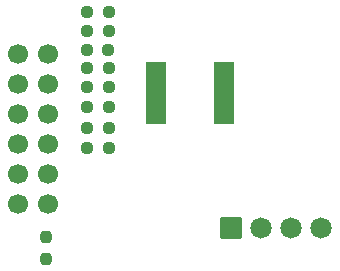
<source format=gbr>
%TF.GenerationSoftware,KiCad,Pcbnew,8.0.7*%
%TF.CreationDate,2024-12-14T18:23:45+03:00*%
%TF.ProjectId,pmod_esp32,706d6f64-5f65-4737-9033-322e6b696361,0.1*%
%TF.SameCoordinates,Original*%
%TF.FileFunction,Soldermask,Bot*%
%TF.FilePolarity,Negative*%
%FSLAX46Y46*%
G04 Gerber Fmt 4.6, Leading zero omitted, Abs format (unit mm)*
G04 Created by KiCad (PCBNEW 8.0.7) date 2024-12-14 18:23:45*
%MOMM*%
%LPD*%
G01*
G04 APERTURE LIST*
G04 Aperture macros list*
%AMRoundRect*
0 Rectangle with rounded corners*
0 $1 Rounding radius*
0 $2 $3 $4 $5 $6 $7 $8 $9 X,Y pos of 4 corners*
0 Add a 4 corners polygon primitive as box body*
4,1,4,$2,$3,$4,$5,$6,$7,$8,$9,$2,$3,0*
0 Add four circle primitives for the rounded corners*
1,1,$1+$1,$2,$3*
1,1,$1+$1,$4,$5*
1,1,$1+$1,$6,$7*
1,1,$1+$1,$8,$9*
0 Add four rect primitives between the rounded corners*
20,1,$1+$1,$2,$3,$4,$5,0*
20,1,$1+$1,$4,$5,$6,$7,0*
20,1,$1+$1,$6,$7,$8,$9,0*
20,1,$1+$1,$8,$9,$2,$3,0*%
G04 Aperture macros list end*
%ADD10C,1.695000*%
%ADD11RoundRect,0.102000X-0.802500X-0.802500X0.802500X-0.802500X0.802500X0.802500X-0.802500X0.802500X0*%
%ADD12C,1.809000*%
%ADD13RoundRect,0.237500X-0.250000X-0.237500X0.250000X-0.237500X0.250000X0.237500X-0.250000X0.237500X0*%
%ADD14RoundRect,0.237500X-0.237500X0.250000X-0.237500X-0.250000X0.237500X-0.250000X0.237500X0.250000X0*%
%ADD15RoundRect,0.076750X-0.795250X-0.230250X0.795250X-0.230250X0.795250X0.230250X-0.795250X0.230250X0*%
G04 APERTURE END LIST*
D10*
%TO.C,J2*%
X194696000Y-40900000D03*
X194696000Y-43440000D03*
X194696000Y-45980000D03*
X194696000Y-48520000D03*
X194696000Y-51060000D03*
X194696000Y-53600000D03*
X192156000Y-40900000D03*
X192156000Y-43440000D03*
X192156000Y-45980000D03*
X192156000Y-48520000D03*
X192156000Y-51060000D03*
X192156000Y-53600000D03*
%TD*%
D11*
%TO.C,J1*%
X210190000Y-55600000D03*
D12*
X212730000Y-55600000D03*
X215270000Y-55600000D03*
X217810000Y-55600000D03*
%TD*%
D13*
%TO.C,R21*%
X197987500Y-48800000D03*
X199812500Y-48800000D03*
%TD*%
%TO.C,R20*%
X197987500Y-38900000D03*
X199812500Y-38900000D03*
%TD*%
%TO.C,R17*%
X197987500Y-42100000D03*
X199812500Y-42100000D03*
%TD*%
D14*
%TO.C,R2*%
X194550000Y-56387500D03*
X194550000Y-58212500D03*
%TD*%
D15*
%TO.C,U2*%
X203810000Y-46425000D03*
X203810000Y-45775000D03*
X203810000Y-45125000D03*
X203810000Y-44475000D03*
X203810000Y-43825000D03*
X203810000Y-43175000D03*
X203810000Y-42525000D03*
X203810000Y-41875000D03*
X209590000Y-41875000D03*
X209590000Y-42525000D03*
X209590000Y-43175000D03*
X209590000Y-43825000D03*
X209590000Y-44475000D03*
X209590000Y-45125000D03*
X209590000Y-45775000D03*
X209590000Y-46425000D03*
%TD*%
D13*
%TO.C,R22*%
X198000000Y-37300000D03*
X199825000Y-37300000D03*
%TD*%
%TO.C,R18*%
X197975000Y-40500000D03*
X199800000Y-40500000D03*
%TD*%
%TO.C,R19*%
X197987500Y-45350000D03*
X199812500Y-45350000D03*
%TD*%
%TO.C,R16*%
X197987500Y-43650000D03*
X199812500Y-43650000D03*
%TD*%
%TO.C,R15*%
X197987500Y-47100000D03*
X199812500Y-47100000D03*
%TD*%
M02*

</source>
